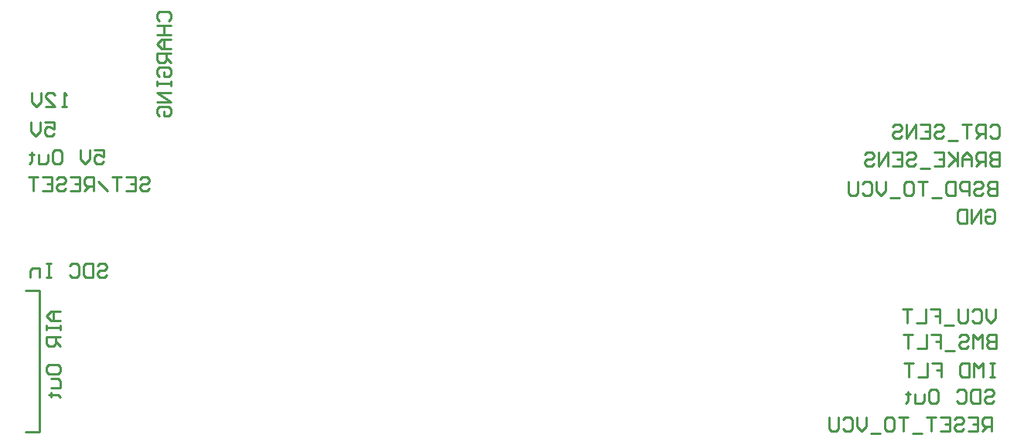
<source format=gbo>
G04*
G04 #@! TF.GenerationSoftware,Altium Limited,Altium Designer,18.1.11 (251)*
G04*
G04 Layer_Color=32896*
%FSLAX25Y25*%
%MOIN*%
G70*
G01*
G75*
%ADD13C,0.01000*%
D13*
X37427Y44931D02*
Y105955D01*
X31522Y44931D02*
X37427D01*
X31522Y105955D02*
X37427D01*
X444804Y62101D02*
X445804Y63100D01*
X447803D01*
X448803Y62101D01*
Y61101D01*
X447803Y60101D01*
X445804D01*
X444804Y59102D01*
Y58102D01*
X445804Y57102D01*
X447803D01*
X448803Y58102D01*
X442805Y63100D02*
Y57102D01*
X439806D01*
X438806Y58102D01*
Y62101D01*
X439806Y63100D01*
X442805D01*
X432808Y62101D02*
X433808Y63100D01*
X435807D01*
X436807Y62101D01*
Y58102D01*
X435807Y57102D01*
X433808D01*
X432808Y58102D01*
X421812Y63100D02*
X423811D01*
X424811Y62101D01*
Y58102D01*
X423811Y57102D01*
X421812D01*
X420812Y58102D01*
Y62101D01*
X421812Y63100D01*
X418813Y61101D02*
Y58102D01*
X417813Y57102D01*
X414814D01*
Y61101D01*
X411815Y62101D02*
Y61101D01*
X412815D01*
X410815D01*
X411815D01*
Y58102D01*
X410815Y57102D01*
X447819Y45307D02*
Y51305D01*
X444820D01*
X443820Y50305D01*
Y48306D01*
X444820Y47306D01*
X447819D01*
X445820D02*
X443820Y45307D01*
X437822Y51305D02*
X441821D01*
Y45307D01*
X437822D01*
X441821Y48306D02*
X439821D01*
X431824Y50305D02*
X432824Y51305D01*
X434823D01*
X435823Y50305D01*
Y49305D01*
X434823Y48306D01*
X432824D01*
X431824Y47306D01*
Y46306D01*
X432824Y45307D01*
X434823D01*
X435823Y46306D01*
X425826Y51305D02*
X429825D01*
Y45307D01*
X425826D01*
X429825Y48306D02*
X427825D01*
X423827Y51305D02*
X419828D01*
X421827D01*
Y45307D01*
X417829Y44307D02*
X413830D01*
X411831Y51305D02*
X407832D01*
X409831D01*
Y45307D01*
X402833Y51305D02*
X404833D01*
X405832Y50305D01*
Y46306D01*
X404833Y45307D01*
X402833D01*
X401834Y46306D01*
Y50305D01*
X402833Y51305D01*
X399834Y44307D02*
X395836D01*
X393836Y51305D02*
Y47306D01*
X391837Y45307D01*
X389838Y47306D01*
Y51305D01*
X383840Y50305D02*
X384839Y51305D01*
X386839D01*
X387838Y50305D01*
Y46306D01*
X386839Y45307D01*
X384839D01*
X383840Y46306D01*
X381840Y51305D02*
Y46306D01*
X380841Y45307D01*
X378841D01*
X377841Y46306D01*
Y51305D01*
X445053Y140050D02*
X446053Y141050D01*
X448052D01*
X449052Y140050D01*
Y136051D01*
X448052Y135052D01*
X446053D01*
X445053Y136051D01*
Y138051D01*
X447052D01*
X443054Y135052D02*
Y141050D01*
X439055Y135052D01*
Y141050D01*
X437056D02*
Y135052D01*
X434057D01*
X433057Y136051D01*
Y140050D01*
X434057Y141050D01*
X437056D01*
X449642Y98053D02*
Y94055D01*
X447643Y92055D01*
X445644Y94055D01*
Y98053D01*
X439645Y97053D02*
X440645Y98053D01*
X442645D01*
X443644Y97053D01*
Y93055D01*
X442645Y92055D01*
X440645D01*
X439645Y93055D01*
X437646Y98053D02*
Y93055D01*
X436646Y92055D01*
X434647D01*
X433647Y93055D01*
Y98053D01*
X431648Y91056D02*
X427649D01*
X421651Y98053D02*
X425650D01*
Y95054D01*
X423651D01*
X425650D01*
Y92055D01*
X419652Y98053D02*
Y92055D01*
X415653D01*
X413654Y98053D02*
X409655D01*
X411655D01*
Y92055D01*
X449839Y87030D02*
Y81032D01*
X446840D01*
X445840Y82031D01*
Y83031D01*
X446840Y84031D01*
X449839D01*
X446840D01*
X445840Y85030D01*
Y86030D01*
X446840Y87030D01*
X449839D01*
X443841Y81032D02*
Y87030D01*
X441842Y85030D01*
X439842Y87030D01*
Y81032D01*
X433844Y86030D02*
X434844Y87030D01*
X436843D01*
X437843Y86030D01*
Y85030D01*
X436843Y84031D01*
X434844D01*
X433844Y83031D01*
Y82031D01*
X434844Y81032D01*
X436843D01*
X437843Y82031D01*
X431845Y80032D02*
X427846D01*
X421848Y87030D02*
X425847D01*
Y84031D01*
X423847D01*
X425847D01*
Y81032D01*
X419849Y87030D02*
Y81032D01*
X415850D01*
X413851Y87030D02*
X409852D01*
X411851D01*
Y81032D01*
X451020Y165671D02*
Y159673D01*
X448021D01*
X447021Y160673D01*
Y161673D01*
X448021Y162672D01*
X451020D01*
X448021D01*
X447021Y163672D01*
Y164672D01*
X448021Y165671D01*
X451020D01*
X445022Y159673D02*
Y165671D01*
X442023D01*
X441023Y164672D01*
Y162672D01*
X442023Y161673D01*
X445022D01*
X443023D02*
X441023Y159673D01*
X439024D02*
Y163672D01*
X437025Y165671D01*
X435025Y163672D01*
Y159673D01*
Y162672D01*
X439024D01*
X433026Y165671D02*
Y159673D01*
Y161673D01*
X429027Y165671D01*
X432026Y162672D01*
X429027Y159673D01*
X423029Y165671D02*
X427028D01*
Y159673D01*
X423029D01*
X427028Y162672D02*
X425029D01*
X421030Y158674D02*
X417031D01*
X411033Y164672D02*
X412033Y165671D01*
X414032D01*
X415032Y164672D01*
Y163672D01*
X414032Y162672D01*
X412033D01*
X411033Y161673D01*
Y160673D01*
X412033Y159673D01*
X414032D01*
X415032Y160673D01*
X405035Y165671D02*
X409034D01*
Y159673D01*
X405035D01*
X409034Y162672D02*
X407034D01*
X403036Y159673D02*
Y165671D01*
X399037Y159673D01*
Y165671D01*
X393039Y164672D02*
X394039Y165671D01*
X396038D01*
X397038Y164672D01*
Y163672D01*
X396038Y162672D01*
X394039D01*
X393039Y161673D01*
Y160673D01*
X394039Y159673D01*
X396038D01*
X397038Y160673D01*
X450036Y152876D02*
Y146878D01*
X447037D01*
X446037Y147878D01*
Y148877D01*
X447037Y149877D01*
X450036D01*
X447037D01*
X446037Y150877D01*
Y151876D01*
X447037Y152876D01*
X450036D01*
X440039Y151876D02*
X441039Y152876D01*
X443038D01*
X444038Y151876D01*
Y150877D01*
X443038Y149877D01*
X441039D01*
X440039Y148877D01*
Y147878D01*
X441039Y146878D01*
X443038D01*
X444038Y147878D01*
X438040Y146878D02*
Y152876D01*
X435041D01*
X434041Y151876D01*
Y149877D01*
X435041Y148877D01*
X438040D01*
X432042Y152876D02*
Y146878D01*
X429043D01*
X428043Y147878D01*
Y151876D01*
X429043Y152876D01*
X432042D01*
X426044Y145878D02*
X422045D01*
X420046Y152876D02*
X416047D01*
X418046D01*
Y146878D01*
X411049Y152876D02*
X413048D01*
X414048Y151876D01*
Y147878D01*
X413048Y146878D01*
X411049D01*
X410049Y147878D01*
Y151876D01*
X411049Y152876D01*
X408049Y145878D02*
X404051D01*
X402051Y152876D02*
Y148877D01*
X400052Y146878D01*
X398053Y148877D01*
Y152876D01*
X392055Y151876D02*
X393054Y152876D01*
X395054D01*
X396053Y151876D01*
Y147878D01*
X395054Y146878D01*
X393054D01*
X392055Y147878D01*
X390055Y152876D02*
Y147878D01*
X389056Y146878D01*
X387056D01*
X386057Y147878D01*
Y152876D01*
X447021Y176483D02*
X448021Y177482D01*
X450021D01*
X451020Y176483D01*
Y172484D01*
X450021Y171484D01*
X448021D01*
X447021Y172484D01*
X445022Y171484D02*
Y177482D01*
X442023D01*
X441023Y176483D01*
Y174483D01*
X442023Y173484D01*
X445022D01*
X443023D02*
X441023Y171484D01*
X439024Y177482D02*
X435025D01*
X437025D01*
Y171484D01*
X433026Y170485D02*
X429027D01*
X423029Y176483D02*
X424029Y177482D01*
X426028D01*
X427028Y176483D01*
Y175483D01*
X426028Y174483D01*
X424029D01*
X423029Y173484D01*
Y172484D01*
X424029Y171484D01*
X426028D01*
X427028Y172484D01*
X417031Y177482D02*
X421030D01*
Y171484D01*
X417031D01*
X421030Y174483D02*
X419031D01*
X415032Y171484D02*
Y177482D01*
X411033Y171484D01*
Y177482D01*
X405035Y176483D02*
X406035Y177482D01*
X408034D01*
X409034Y176483D01*
Y175483D01*
X408034Y174483D01*
X406035D01*
X405035Y173484D01*
Y172484D01*
X406035Y171484D01*
X408034D01*
X409034Y172484D01*
X449249Y74711D02*
X447249D01*
X448249D01*
Y68713D01*
X449249D01*
X447249D01*
X444250D02*
Y74711D01*
X442251Y72712D01*
X440251Y74711D01*
Y68713D01*
X438252Y74711D02*
Y68713D01*
X435253D01*
X434253Y69713D01*
Y73711D01*
X435253Y74711D01*
X438252D01*
X422257D02*
X426256D01*
Y71712D01*
X424257D01*
X426256D01*
Y68713D01*
X420258Y74711D02*
Y68713D01*
X416259D01*
X414260Y74711D02*
X410261D01*
X412260D01*
Y68713D01*
X89277Y222167D02*
X88278Y223166D01*
Y225166D01*
X89277Y226165D01*
X93276D01*
X94276Y225166D01*
Y223166D01*
X93276Y222167D01*
X88278Y220167D02*
X94276D01*
X91277D01*
Y216169D01*
X88278D01*
X94276D01*
Y214169D02*
X90277D01*
X88278Y212170D01*
X90277Y210171D01*
X94276D01*
X91277D01*
Y214169D01*
X94276Y208171D02*
X88278D01*
Y205172D01*
X89277Y204172D01*
X91277D01*
X92276Y205172D01*
Y208171D01*
Y206172D02*
X94276Y204172D01*
X89277Y198174D02*
X88278Y199174D01*
Y201173D01*
X89277Y202173D01*
X93276D01*
X94276Y201173D01*
Y199174D01*
X93276Y198174D01*
X91277D01*
Y200174D01*
X88278Y196175D02*
Y194176D01*
Y195175D01*
X94276D01*
Y196175D01*
Y194176D01*
Y191177D02*
X88278D01*
X94276Y187178D01*
X88278D01*
X89277Y181180D02*
X88278Y182180D01*
Y184179D01*
X89277Y185179D01*
X93276D01*
X94276Y184179D01*
Y182180D01*
X93276Y181180D01*
X91277D01*
Y183179D01*
X80828Y153833D02*
X81828Y154833D01*
X83827D01*
X84827Y153833D01*
Y152833D01*
X83827Y151834D01*
X81828D01*
X80828Y150834D01*
Y149834D01*
X81828Y148835D01*
X83827D01*
X84827Y149834D01*
X74830Y154833D02*
X78829D01*
Y148835D01*
X74830D01*
X78829Y151834D02*
X76829D01*
X72831Y154833D02*
X68832D01*
X70831D01*
Y148835D01*
X66833D02*
X62834Y152833D01*
X60834Y148835D02*
Y154833D01*
X57836D01*
X56836Y153833D01*
Y151834D01*
X57836Y150834D01*
X60834D01*
X58835D02*
X56836Y148835D01*
X50838Y154833D02*
X54836D01*
Y148835D01*
X50838D01*
X54836Y151834D02*
X52837D01*
X44840Y153833D02*
X45839Y154833D01*
X47839D01*
X48838Y153833D01*
Y152833D01*
X47839Y151834D01*
X45839D01*
X44840Y150834D01*
Y149834D01*
X45839Y148835D01*
X47839D01*
X48838Y149834D01*
X38842Y154833D02*
X42840D01*
Y148835D01*
X38842D01*
X42840Y151834D02*
X40841D01*
X36842Y154833D02*
X32844D01*
X34843D01*
Y148835D01*
X61191Y166490D02*
X65190D01*
Y163491D01*
X63191Y164491D01*
X62191D01*
X61191Y163491D01*
Y161492D01*
X62191Y160492D01*
X64190D01*
X65190Y161492D01*
X59192Y166490D02*
Y162492D01*
X57193Y160492D01*
X55193Y162492D01*
Y166490D01*
X44197D02*
X46196D01*
X47196Y165491D01*
Y161492D01*
X46196Y160492D01*
X44197D01*
X43197Y161492D01*
Y165491D01*
X44197Y166490D01*
X41198Y164491D02*
Y161492D01*
X40198Y160492D01*
X37199D01*
Y164491D01*
X34200Y165491D02*
Y164491D01*
X35200D01*
X33200D01*
X34200D01*
Y161492D01*
X33200Y160492D01*
X39686Y178455D02*
X43685D01*
Y175456D01*
X41686Y176455D01*
X40686D01*
X39686Y175456D01*
Y173456D01*
X40686Y172457D01*
X42685D01*
X43685Y173456D01*
X37687Y178455D02*
Y174456D01*
X35688Y172457D01*
X33688Y174456D01*
Y178455D01*
X49197Y185252D02*
X47197D01*
X48197D01*
Y191250D01*
X49197Y190250D01*
X40200Y185252D02*
X44199D01*
X40200Y189251D01*
Y190250D01*
X41199Y191250D01*
X43199D01*
X44199Y190250D01*
X38200Y191250D02*
Y187251D01*
X36201Y185252D01*
X34202Y187251D01*
Y191250D01*
X46592Y96789D02*
X42593D01*
X40594Y94790D01*
X42593Y92791D01*
X46592D01*
X43593D01*
Y96789D01*
X40594Y90791D02*
Y88792D01*
Y89791D01*
X46592D01*
Y90791D01*
Y88792D01*
Y85793D02*
X40594D01*
Y82794D01*
X41594Y81794D01*
X43593D01*
X44593Y82794D01*
Y85793D01*
Y83793D02*
X46592Y81794D01*
X40594Y70798D02*
Y72797D01*
X41594Y73797D01*
X45592D01*
X46592Y72797D01*
Y70798D01*
X45592Y69798D01*
X41594D01*
X40594Y70798D01*
X42593Y67799D02*
X45592D01*
X46592Y66799D01*
Y63800D01*
X42593D01*
X41594Y60801D02*
X42593D01*
Y61800D01*
Y59801D01*
Y60801D01*
X45592D01*
X46592Y59801D01*
X62521Y116431D02*
X63521Y117431D01*
X65520D01*
X66520Y116431D01*
Y115432D01*
X65520Y114432D01*
X63521D01*
X62521Y113432D01*
Y112433D01*
X63521Y111433D01*
X65520D01*
X66520Y112433D01*
X60522Y117431D02*
Y111433D01*
X57523D01*
X56523Y112433D01*
Y116431D01*
X57523Y117431D01*
X60522D01*
X50525Y116431D02*
X51525Y117431D01*
X53524D01*
X54524Y116431D01*
Y112433D01*
X53524Y111433D01*
X51525D01*
X50525Y112433D01*
X42527Y117431D02*
X40528D01*
X41528D01*
Y111433D01*
X42527D01*
X40528D01*
X37529D02*
Y115432D01*
X34530D01*
X33530Y114432D01*
Y111433D01*
M02*

</source>
